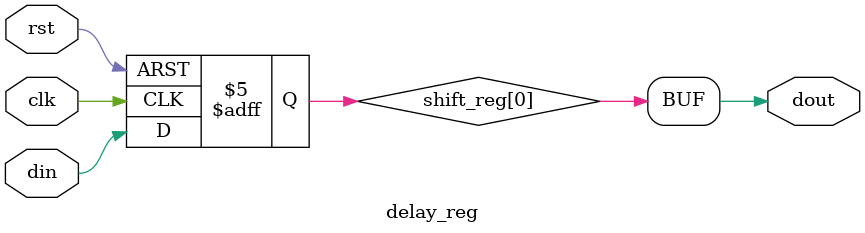
<source format=v>
`timescale 1ns / 1ps

/*
delay_reg #(.delay_level(),.reg_width()) DR0(
    .dout(),
    .din(),
    .clk(),
    .rst()
);
*/

module delay_reg #(parameter delay_level = 1,reg_width = 1)(
    output[reg_width-1:0] dout,
    input[reg_width-1:0] din,
    input clk,
    input rst    
);

reg[reg_width-1:0] shift_reg[delay_level-1:0];
integer i;

always @(posedge clk or posedge rst) begin
    if (rst) begin
        for (i = 0;i < delay_level;i = i + 1) begin
            shift_reg[i] <= 0;
        end
    end
    else begin
        shift_reg[0] <= din;
        for (i = 1;i < delay_level;i = i + 1) begin
            shift_reg[i] <= shift_reg[i - 1];
        end
     end
end

assign dout = shift_reg[delay_level - 1];

endmodule

</source>
